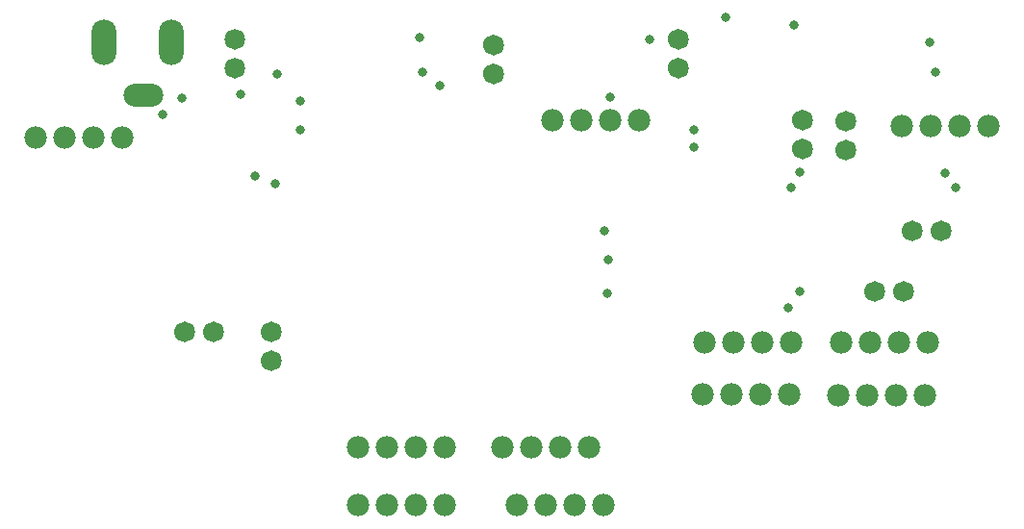
<source format=gbs>
G04*
G04 #@! TF.GenerationSoftware,Altium Limited,Altium Designer,24.1.2 (44)*
G04*
G04 Layer_Color=16711935*
%FSLAX25Y25*%
%MOIN*%
G70*
G04*
G04 #@! TF.SameCoordinates,6E6146AE-10E2-4EE8-86B2-596FBE868B5F*
G04*
G04*
G04 #@! TF.FilePolarity,Negative*
G04*
G01*
G75*
%ADD25C,0.00000*%
%ADD32C,0.07800*%
%ADD33C,0.07178*%
%ADD34O,0.13792X0.07887*%
%ADD35O,0.08674X0.15761*%
%ADD36C,0.03300*%
D25*
X73390Y80000D02*
G03*
X73390Y80000I-3390J0D01*
G01*
X63390D02*
G03*
X63390Y80000I-3390J0D01*
G01*
X234390Y181500D02*
G03*
X234390Y181500I-3390J0D01*
G01*
Y171500D02*
G03*
X234390Y171500I-3390J0D01*
G01*
X292390Y153000D02*
G03*
X292390Y153000I-3390J0D01*
G01*
Y143000D02*
G03*
X292390Y143000I-3390J0D01*
G01*
X277390Y153500D02*
G03*
X277390Y153500I-3390J0D01*
G01*
Y143500D02*
G03*
X277390Y143500I-3390J0D01*
G01*
X315390Y115000D02*
G03*
X315390Y115000I-3390J0D01*
G01*
X325390D02*
G03*
X325390Y115000I-3390J0D01*
G01*
X302390Y94000D02*
G03*
X302390Y94000I-3390J0D01*
G01*
X312390D02*
G03*
X312390Y94000I-3390J0D01*
G01*
X93390Y70000D02*
G03*
X93390Y70000I-3390J0D01*
G01*
Y80000D02*
G03*
X93390Y80000I-3390J0D01*
G01*
X80890Y171500D02*
G03*
X80890Y171500I-3390J0D01*
G01*
Y181500D02*
G03*
X80890Y181500I-3390J0D01*
G01*
X170390Y169500D02*
G03*
X170390Y169500I-3390J0D01*
G01*
Y179500D02*
G03*
X170390Y179500I-3390J0D01*
G01*
D32*
X190000Y40000D02*
D03*
X200000D02*
D03*
X170000D02*
D03*
X180000D02*
D03*
X195000Y20000D02*
D03*
X205000D02*
D03*
X175000D02*
D03*
X185000D02*
D03*
X140000Y40000D02*
D03*
X150000D02*
D03*
X120000D02*
D03*
X130000D02*
D03*
X140000Y20000D02*
D03*
X150000D02*
D03*
X120000D02*
D03*
X130000D02*
D03*
X207500Y153500D02*
D03*
X217500D02*
D03*
X187500D02*
D03*
X197500D02*
D03*
X297500Y76500D02*
D03*
X287500D02*
D03*
X317500D02*
D03*
X307500D02*
D03*
X260000D02*
D03*
X270000D02*
D03*
X240000D02*
D03*
X250000D02*
D03*
X296500Y58000D02*
D03*
X286500D02*
D03*
X316500D02*
D03*
X306500D02*
D03*
X249500Y58500D02*
D03*
X239500D02*
D03*
X269500D02*
D03*
X259500D02*
D03*
X18500Y147500D02*
D03*
X8500D02*
D03*
X38500D02*
D03*
X28500D02*
D03*
X318500Y151500D02*
D03*
X308500D02*
D03*
X338500D02*
D03*
X328500D02*
D03*
D33*
X70000Y80000D02*
D03*
X60000D02*
D03*
X231000Y181500D02*
D03*
Y171500D02*
D03*
X289000Y153000D02*
D03*
Y143000D02*
D03*
X274000Y153500D02*
D03*
Y143500D02*
D03*
X312000Y115000D02*
D03*
X322000D02*
D03*
X299000Y94000D02*
D03*
X309000D02*
D03*
X90000Y70000D02*
D03*
Y80000D02*
D03*
X77500Y171500D02*
D03*
Y181500D02*
D03*
X167000Y169500D02*
D03*
Y179500D02*
D03*
D34*
X45779Y162193D02*
D03*
D35*
X32000Y180500D02*
D03*
X55622D02*
D03*
D36*
X148500Y165500D02*
D03*
X271000Y186500D02*
D03*
X247350Y189000D02*
D03*
X221000Y181500D02*
D03*
X207500Y161500D02*
D03*
X206400Y93500D02*
D03*
X206900Y105000D02*
D03*
X205400Y115000D02*
D03*
X141500Y182000D02*
D03*
X142500Y170000D02*
D03*
X273000Y135500D02*
D03*
X270000Y130000D02*
D03*
X323500Y135000D02*
D03*
X327000Y130000D02*
D03*
X236500Y144000D02*
D03*
X269012Y88512D02*
D03*
X273000Y94000D02*
D03*
X52500Y155500D02*
D03*
X59000Y161000D02*
D03*
X79439Y162500D02*
D03*
X92000Y169500D02*
D03*
X84500Y134200D02*
D03*
X91552Y131448D02*
D03*
X236500Y150000D02*
D03*
X320000Y170000D02*
D03*
X318172Y180528D02*
D03*
X100000Y150000D02*
D03*
Y160000D02*
D03*
M02*

</source>
